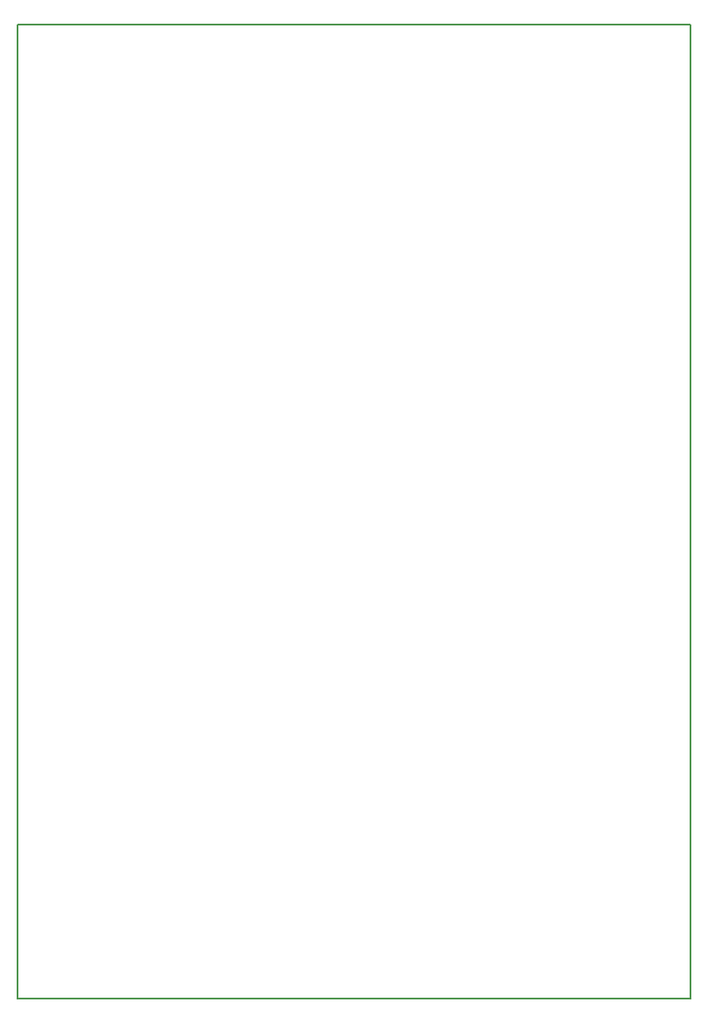
<source format=gm1>
G04 #@! TF.FileFunction,Profile,NP*
%FSLAX46Y46*%
G04 Gerber Fmt 4.6, Leading zero omitted, Abs format (unit mm)*
G04 Created by KiCad (PCBNEW 4.0.7) date 02/20/18 19:55:49*
%MOMM*%
%LPD*%
G01*
G04 APERTURE LIST*
%ADD10C,0.150000*%
G04 APERTURE END LIST*
D10*
X125095000Y-66675000D02*
X125095000Y-67691000D01*
X190119000Y-66675000D02*
X190119000Y-67691000D01*
X125095000Y-20193000D02*
X190119000Y-20193000D01*
X190119000Y-20193000D02*
X190119000Y-66675000D01*
X125095000Y-66675000D02*
X125095000Y-66548000D01*
X125095000Y-66548000D02*
X125095000Y-20193000D01*
X125095000Y-114046000D02*
X125095000Y-67691000D01*
X125095000Y-114173000D02*
X125095000Y-114046000D01*
X190119000Y-114173000D02*
X125095000Y-114173000D01*
X190119000Y-67691000D02*
X190119000Y-114173000D01*
M02*

</source>
